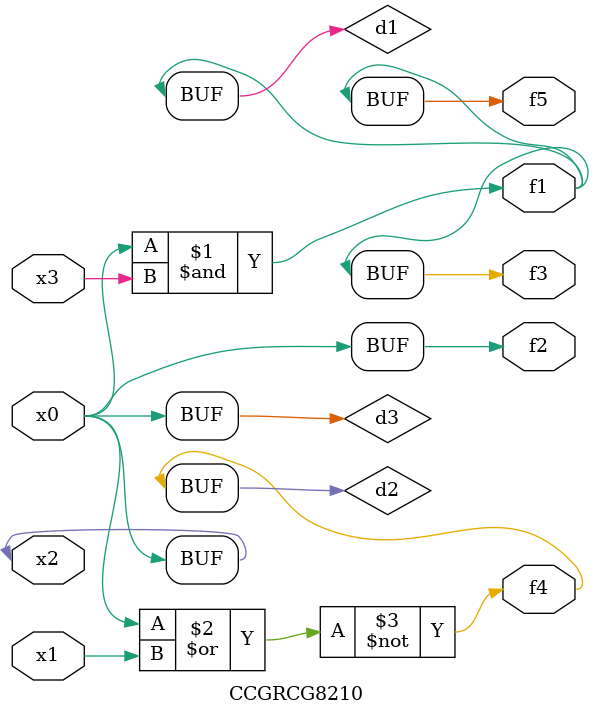
<source format=v>
module CCGRCG8210(
	input x0, x1, x2, x3,
	output f1, f2, f3, f4, f5
);

	wire d1, d2, d3;

	and (d1, x2, x3);
	nor (d2, x0, x1);
	buf (d3, x0, x2);
	assign f1 = d1;
	assign f2 = d3;
	assign f3 = d1;
	assign f4 = d2;
	assign f5 = d1;
endmodule

</source>
